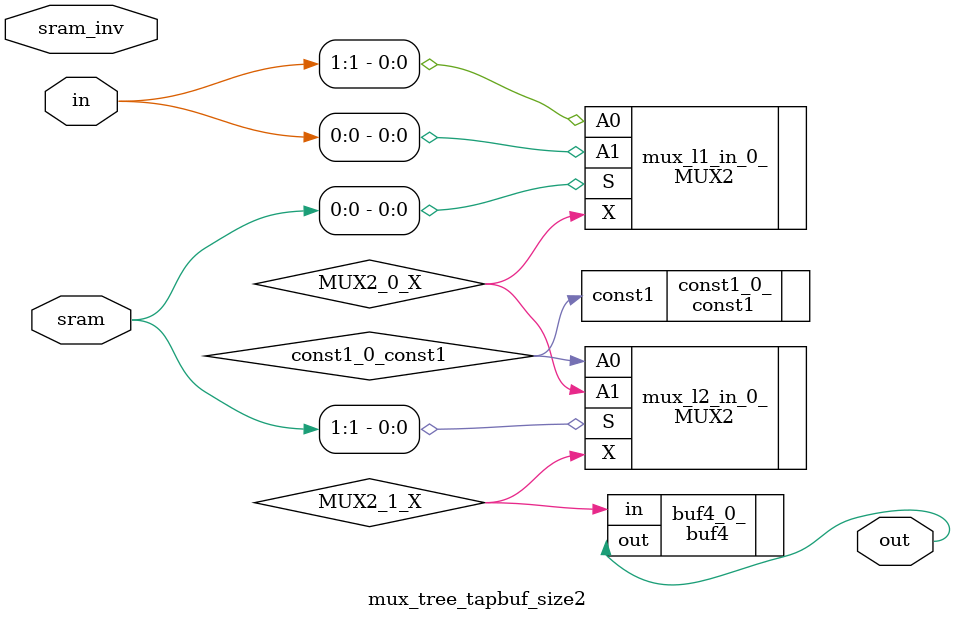
<source format=v>
/*verilator tracing_off*/
// ----- END Verilog module for mux_tree_tapbuf_size4 -----

//----- Default net type -----
`default_nettype wire




//----- Default net type -----
`default_nettype wire

// ----- Verilog module for mux_tree_tapbuf_size2 -----
module mux_tree_tapbuf_size2(in,
                             sram,
                             sram_inv,
                             out);
//----- INPUT PORTS -----
input [0:1] in;
//----- INPUT PORTS -----
input [0:1] sram;
//----- INPUT PORTS -----
input [0:1] sram_inv;
//----- OUTPUT PORTS -----
output [0:0] out;

//----- BEGIN wire-connection ports -----
//----- END wire-connection ports -----


//----- BEGIN Registered ports -----
//----- END Registered ports -----


wire [0:0] MUX2_0_X;
wire [0:0] MUX2_1_X;
wire [0:0] const1_0_const1;

// ----- BEGIN Local short connections -----
// ----- END Local short connections -----
// ----- BEGIN Local output short connections -----
// ----- END Local output short connections -----

	const1 const1_0_ (
		.const1(const1_0_const1));

	buf4 buf4_0_ (
		.in(MUX2_1_X),
		.out(out));

	MUX2 mux_l1_in_0_ (
		.A1(in[0]),
		.A0(in[1]),
		.S(sram[0]),
		.X(MUX2_0_X));

	MUX2 mux_l2_in_0_ (
		.A1(MUX2_0_X),
		.A0(const1_0_const1),
		.S(sram[1]),
		.X(MUX2_1_X));

endmodule

</source>
